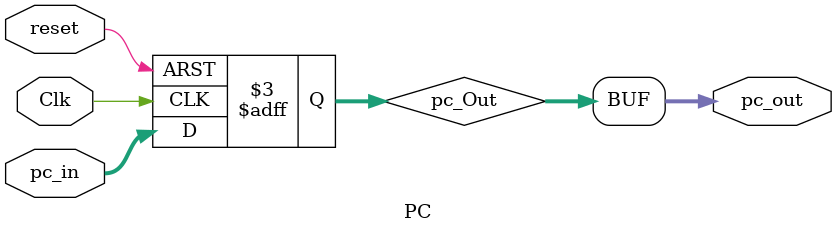
<source format=v>
`timescale 1ns / 1ps


module PC(
    input Clk,
    input reset,
    input [31:0] pc_in,
    output [31:0] pc_out
    );
    reg [31:0] pc_Out;
    assign pc_out=pc_Out;
    always @ (posedge reset or negedge Clk ) begin
        if(reset!=1) pc_Out=pc_in;
        else pc_Out=0;
    end
endmodule

</source>
